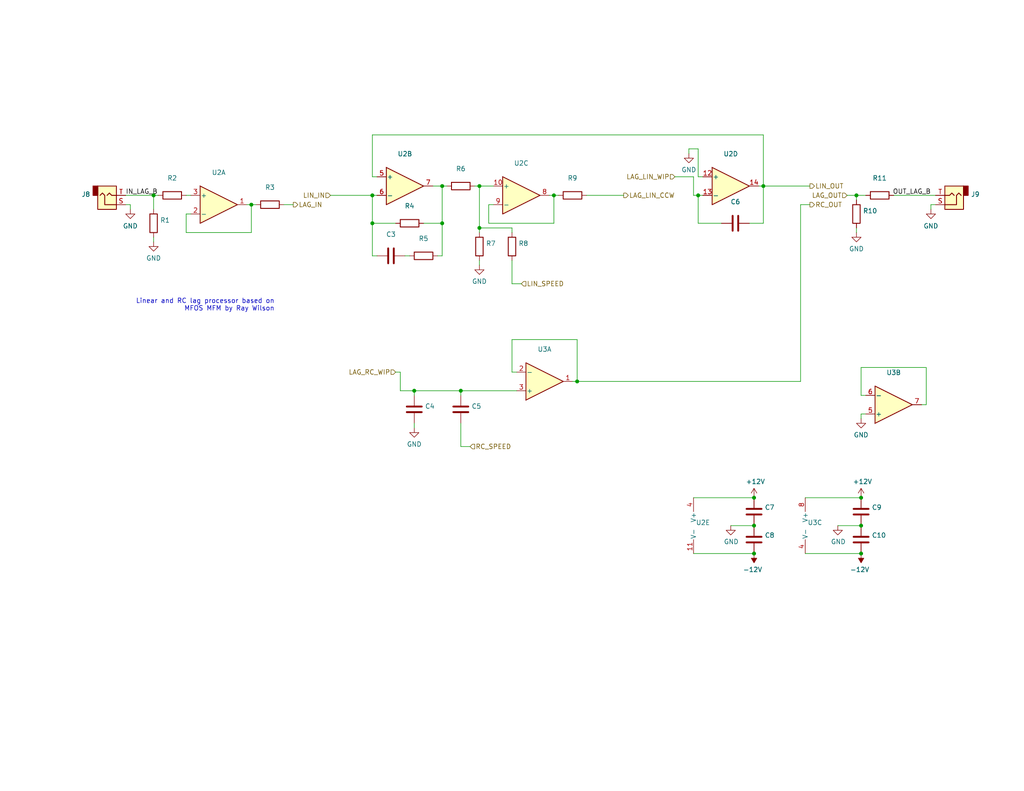
<source format=kicad_sch>
(kicad_sch (version 20211123) (generator eeschema)
  (paper "USLetter")
  (title_block (title "ARP 2600 style voltage processor") (date "2022-03-23") (company "Rich Holmes / Analog Output") (comment 1 "or neighboring rights to this work. Published from United States.") (comment 2 "To the extent possible under law, Richard Holmes has waived all copyright and related "))
  (lib_symbols
    (symbol "Amplifier_Operational:TL074" (pin_names (offset 0.127))
      (property "Reference" "U" (at 0 5.08 0))
      (property "Value" "TL074" (at 0 -5.08 0))
      (symbol "TL074_1_1"
        (polyline (pts (xy -5.08 5.08) (xy 5.08 0) (xy -5.08 -5.08) (xy -5.08 5.08)) (stroke (width 0.254)) (fill (type background)))
        (pin output line (at 7.62 0 180) (length 2.54) (name "~") (number "1"))
        (pin input line (at -7.62 -2.54 0) (length 2.54) (name "-") (number "2"))
        (pin input line (at -7.62 2.54 0) (length 2.54) (name "+") (number "3"))
      )
      (symbol "TL074_2_1"
        (polyline (pts (xy -5.08 5.08) (xy 5.08 0) (xy -5.08 -5.08) (xy -5.08 5.08)) (stroke (width 0.254)) (fill (type background)))
        (pin input line (at -7.62 2.54 0) (length 2.54) (name "+") (number "5"))
        (pin input line (at -7.62 -2.54 0) (length 2.54) (name "-") (number "6"))
        (pin output line (at 7.62 0 180) (length 2.54) (name "~") (number "7"))
      )
      (symbol "TL074_3_1"
        (polyline (pts (xy -5.08 5.08) (xy 5.08 0) (xy -5.08 -5.08) (xy -5.08 5.08)) (stroke (width 0.254)) (fill (type background)))
        (pin input line (at -7.62 2.54 0) (length 2.54) (name "+") (number "10"))
        (pin output line (at 7.62 0 180) (length 2.54) (name "~") (number "8"))
        (pin input line (at -7.62 -2.54 0) (length 2.54) (name "-") (number "9"))
      )
      (symbol "TL074_4_1"
        (polyline (pts (xy -5.08 5.08) (xy 5.08 0) (xy -5.08 -5.08) (xy -5.08 5.08)) (stroke (width 0.254)) (fill (type background)))
        (pin input line (at -7.62 2.54 0) (length 2.54) (name "+") (number "12"))
        (pin input line (at -7.62 -2.54 0) (length 2.54) (name "-") (number "13"))
        (pin output line (at 7.62 0 180) (length 2.54) (name "~") (number "14"))
      )
      (symbol "TL074_5_1"
        (pin power_in line (at -2.54 -7.62 90) (length 3.81) (name "V-") (number "11"))
        (pin power_in line (at -2.54 7.62 270) (length 3.81) (name "V+") (number "4"))
      )
    )
    (symbol "Connector:AudioJack2"
      (property "Reference" "J" (at 0 8.89 0))
      (property "Value" "AudioJack2" (at 0 6.35 0))
      (symbol "AudioJack2_0_1"
        (rectangle (start -3.81 0) (end -2.54 -2.54) (stroke (width 0.254)) (fill (type outline)))
        (rectangle (start -2.54 3.81) (end 2.54 -2.54) (stroke (width 0.254)) (fill (type background)))
        (polyline (pts (xy 0 0) (xy 0.635 -0.635) (xy 1.27 0) (xy 2.54 0)) (stroke (width 0.254)))
        (polyline (pts (xy 2.54 2.54) (xy -0.635 2.54) (xy -0.635 0) (xy -1.27 -0.635) (xy -1.905 0)) (stroke (width 0.254)))
      )
      (symbol "AudioJack2_1_1"
        (pin passive line (at 5.08 2.54 180) (length 2.54) (name "~") (number "S"))
        (pin passive line (at 5.08 0 180) (length 2.54) (name "~") (number "T"))
      )
    )
    (symbol "ao_symbols:C" (pin_numbers hide) (pin_names (offset 0.254))
      (property "Reference" "C" (at 0.635 2.54 0))
      (property "Value" "C" (at 0.635 -2.54 0))
      (symbol "C_0_1"
        (polyline (pts (xy -2.032 -0.762) (xy 2.032 -0.762)) (stroke (width 0.508)))
        (polyline (pts (xy -2.032 0.762) (xy 2.032 0.762)) (stroke (width 0.508)))
      )
      (symbol "C_1_1"
        (pin passive line (at 0 3.81 270) (length 2.794) (name "~") (number "1"))
        (pin passive line (at 0 -3.81 90) (length 2.794) (name "~") (number "2"))
      )
    )
    (symbol "ao_symbols:R" (pin_numbers hide) (pin_names (offset 0))
      (property "Reference" "R" (at 2.032 0 90))
      (property "Value" "R" (at 0 0 90))
      (symbol "R_0_1"
        (rectangle (start -1.016 -2.54) (end 1.016 2.54) (stroke (width 0.254)))
      )
      (symbol "R_1_1"
        (pin passive line (at 0 3.81 270) (length 1.27) (name "~") (number "1"))
        (pin passive line (at 0 -3.81 90) (length 1.27) (name "~") (number "2"))
      )
    )
    (symbol "ao_symbols:TL072" (pin_names (offset 0.127))
      (property "Reference" "U" (at 0 5.08 0))
      (property "Value" "TL072" (at 0 -5.08 0))
      (symbol "TL072_1_1"
        (polyline (pts (xy -5.08 5.08) (xy 5.08 0) (xy -5.08 -5.08) (xy -5.08 5.08)) (stroke (width 0.254)) (fill (type background)))
        (pin output line (at 7.62 0 180) (length 2.54) (name "~") (number "1"))
        (pin input line (at -7.62 -2.54 0) (length 2.54) (name "-") (number "2"))
        (pin input line (at -7.62 2.54 0) (length 2.54) (name "+") (number "3"))
      )
      (symbol "TL072_2_1"
        (polyline (pts (xy -5.08 5.08) (xy 5.08 0) (xy -5.08 -5.08) (xy -5.08 5.08)) (stroke (width 0.254)) (fill (type background)))
        (pin input line (at -7.62 2.54 0) (length 2.54) (name "+") (number "5"))
        (pin input line (at -7.62 -2.54 0) (length 2.54) (name "-") (number "6"))
        (pin output line (at 7.62 0 180) (length 2.54) (name "~") (number "7"))
      )
      (symbol "TL072_3_1"
        (pin power_in line (at -2.54 -7.62 90) (length 3.81) (name "V-") (number "4"))
        (pin power_in line (at -2.54 7.62 270) (length 3.81) (name "V+") (number "8"))
      )
    )
    (symbol "power:+12V" (power) (pin_names (offset 0))
      (property "Value" "+12V" (at 0 3.556 0))
      (symbol "+12V_0_1"
        (polyline (pts (xy -0.762 1.27) (xy 0 2.54)))
        (polyline (pts (xy 0 0) (xy 0 2.54)))
        (polyline (pts (xy 0 2.54) (xy 0.762 1.27)))
      )
      (symbol "+12V_1_1"
        (pin power_in line (at 0 0 90) (length 0) hide (name "+12V") (number "1"))
      )
    )
    (symbol "power:-12V" (power) (pin_names (offset 0))
      (property "Value" "-12V" (at 0 3.81 0))
      (symbol "-12V_0_0"
        (pin power_in line (at 0 0 90) (length 0) hide (name "-12V") (number "1"))
      )
      (symbol "-12V_0_1"
        (polyline (pts (xy 0 0) (xy 0 1.27) (xy 0.762 1.27) (xy 0 2.54) (xy -0.762 1.27) (xy 0 1.27)) (fill (type outline)))
      )
    )
    (symbol "power:GND" (power) (pin_names (offset 0))
      (property "Value" "GND" (at 0 -3.81 0))
      (symbol "GND_0_1"
        (polyline (pts (xy 0 0) (xy 0 -1.27) (xy 1.27 -1.27) (xy 0 -2.54) (xy -1.27 -1.27) (xy 0 -1.27)))
      )
      (symbol "GND_1_1"
        (pin power_in line (at 0 0 270) (length 0) hide (name "GND") (number "1"))
      )
    )
  )
  (junction (at 205.74 143.51))
  (junction (at 113.03 106.68))
  (junction (at 151.13 53.34))
  (junction (at 205.74 135.89))
  (junction (at 41.91 53.34))
  (junction (at 234.95 151.13))
  (junction (at 125.73 106.68))
  (junction (at 234.95 143.51))
  (junction (at 68.58 55.88))
  (junction (at 101.6 60.96))
  (junction (at 234.95 135.89))
  (junction (at 157.48 104.14))
  (junction (at 101.6 53.34))
  (junction (at 120.65 50.8))
  (junction (at 130.81 50.8))
  (junction (at 120.65 60.96))
  (junction (at 233.68 53.34))
  (junction (at 208.28 50.8))
  (junction (at 130.81 62.23))
  (junction (at 205.74 151.13))
  (junction (at 190.5 53.34))
  (wire (pts (xy 140.97 101.6) (xy 139.7 101.6)))
  (wire (pts (xy 233.68 53.34) (xy 231.14 53.34)))
  (wire (pts (xy 113.03 107.95) (xy 113.03 106.68)))
  (wire (pts (xy 191.77 53.34) (xy 190.5 53.34)))
  (wire (pts (xy 139.7 62.23) (xy 130.81 62.23)))
  (wire (pts (xy 113.03 116.84) (xy 113.03 115.57)))
  (wire (pts (xy 220.98 55.88) (xy 218.44 55.88)))
  (wire (pts (xy 101.6 69.85) (xy 101.6 60.96)))
  (wire (pts (xy 208.28 50.8) (xy 220.98 50.8)))
  (wire (pts (xy 208.28 50.8) (xy 207.01 50.8)))
  (wire (pts (xy 109.22 106.68) (xy 113.03 106.68)))
  (wire (pts (xy 199.39 143.51) (xy 205.74 143.51)))
  (wire (pts (xy 234.95 113.03) (xy 236.22 113.03)))
  (wire (pts (xy 254 57.15) (xy 254 55.88)))
  (wire (pts (xy 102.87 69.85) (xy 101.6 69.85)))
  (wire (pts (xy 189.23 53.34) (xy 189.23 48.26)))
  (wire (pts (xy 218.44 55.88) (xy 218.44 104.14)))
  (wire (pts (xy 119.38 69.85) (xy 120.65 69.85)))
  (wire (pts (xy 68.58 63.5) (xy 68.58 55.88)))
  (wire (pts (xy 90.17 53.34) (xy 101.6 53.34)))
  (wire (pts (xy 101.6 53.34) (xy 102.87 53.34)))
  (wire (pts (xy 133.35 55.88) (xy 133.35 60.96)))
  (wire (pts (xy 107.95 60.96) (xy 101.6 60.96)))
  (wire (pts (xy 52.07 58.42) (xy 50.8 58.42)))
  (wire (pts (xy 152.4 53.34) (xy 151.13 53.34)))
  (wire (pts (xy 170.18 53.34) (xy 160.02 53.34)))
  (wire (pts (xy 139.7 92.71) (xy 139.7 101.6)))
  (wire (pts (xy 134.62 55.88) (xy 133.35 55.88)))
  (wire (pts (xy 101.6 48.26) (xy 102.87 48.26)))
  (wire (pts (xy 50.8 63.5) (xy 68.58 63.5)))
  (wire (pts (xy 190.5 53.34) (xy 189.23 53.34)))
  (wire (pts (xy 120.65 60.96) (xy 120.65 50.8)))
  (wire (pts (xy 139.7 77.47) (xy 139.7 71.12)))
  (wire (pts (xy 190.5 40.64) (xy 190.5 48.26)))
  (wire (pts (xy 139.7 63.5) (xy 139.7 62.23)))
  (wire (pts (xy 41.91 66.04) (xy 41.91 64.77)))
  (wire (pts (xy 125.73 106.68) (xy 140.97 106.68)))
  (wire (pts (xy 190.5 60.96) (xy 196.85 60.96)))
  (wire (pts (xy 43.18 53.34) (xy 41.91 53.34)))
  (wire (pts (xy 151.13 53.34) (xy 149.86 53.34)))
  (wire (pts (xy 35.56 55.88) (xy 34.29 55.88)))
  (wire (pts (xy 125.73 107.95) (xy 125.73 106.68)))
  (wire (pts (xy 187.96 41.91) (xy 187.96 40.64)))
  (wire (pts (xy 130.81 50.8) (xy 129.54 50.8)))
  (wire (pts (xy 208.28 60.96) (xy 208.28 50.8)))
  (wire (pts (xy 233.68 54.61) (xy 233.68 53.34)))
  (wire (pts (xy 208.28 50.8) (xy 208.28 36.83)))
  (wire (pts (xy 120.65 50.8) (xy 118.11 50.8)))
  (wire (pts (xy 243.84 53.34) (xy 255.27 53.34)))
  (wire (pts (xy 236.22 53.34) (xy 233.68 53.34)))
  (wire (pts (xy 41.91 57.15) (xy 41.91 53.34)))
  (wire (pts (xy 142.24 77.47) (xy 139.7 77.47)))
  (wire (pts (xy 120.65 69.85) (xy 120.65 60.96)))
  (wire (pts (xy 134.62 50.8) (xy 130.81 50.8)))
  (wire (pts (xy 234.95 107.95) (xy 234.95 100.33)))
  (wire (pts (xy 121.92 50.8) (xy 120.65 50.8)))
  (wire (pts (xy 130.81 63.5) (xy 130.81 62.23)))
  (wire (pts (xy 208.28 36.83) (xy 101.6 36.83)))
  (wire (pts (xy 189.23 135.89) (xy 205.74 135.89)))
  (wire (pts (xy 219.71 151.13) (xy 234.95 151.13)))
  (wire (pts (xy 234.95 114.3) (xy 234.95 113.03)))
  (wire (pts (xy 252.73 100.33) (xy 252.73 110.49)))
  (wire (pts (xy 234.95 100.33) (xy 252.73 100.33)))
  (wire (pts (xy 101.6 60.96) (xy 101.6 53.34)))
  (wire (pts (xy 254 55.88) (xy 255.27 55.88)))
  (wire (pts (xy 189.23 151.13) (xy 205.74 151.13)))
  (wire (pts (xy 109.22 106.68) (xy 109.22 101.6)))
  (wire (pts (xy 115.57 60.96) (xy 120.65 60.96)))
  (wire (pts (xy 233.68 63.5) (xy 233.68 62.23)))
  (wire (pts (xy 130.81 62.23) (xy 130.81 50.8)))
  (wire (pts (xy 41.91 53.34) (xy 34.29 53.34)))
  (wire (pts (xy 125.73 121.92) (xy 125.73 115.57)))
  (wire (pts (xy 130.81 72.39) (xy 130.81 71.12)))
  (wire (pts (xy 113.03 106.68) (xy 125.73 106.68)))
  (wire (pts (xy 219.71 135.89) (xy 234.95 135.89)))
  (wire (pts (xy 204.47 60.96) (xy 208.28 60.96)))
  (wire (pts (xy 228.6 143.51) (xy 234.95 143.51)))
  (wire (pts (xy 128.27 121.92) (xy 125.73 121.92)))
  (wire (pts (xy 157.48 104.14) (xy 218.44 104.14)))
  (wire (pts (xy 52.07 53.34) (xy 50.8 53.34)))
  (wire (pts (xy 69.85 55.88) (xy 68.58 55.88)))
  (wire (pts (xy 35.56 57.15) (xy 35.56 55.88)))
  (wire (pts (xy 50.8 58.42) (xy 50.8 63.5)))
  (wire (pts (xy 68.58 55.88) (xy 67.31 55.88)))
  (wire (pts (xy 189.23 48.26) (xy 184.15 48.26)))
  (wire (pts (xy 190.5 48.26) (xy 191.77 48.26)))
  (wire (pts (xy 252.73 110.49) (xy 251.46 110.49)))
  (wire (pts (xy 151.13 60.96) (xy 151.13 53.34)))
  (wire (pts (xy 190.5 53.34) (xy 190.5 60.96)))
  (wire (pts (xy 236.22 107.95) (xy 234.95 107.95)))
  (wire (pts (xy 77.47 55.88) (xy 80.01 55.88)))
  (wire (pts (xy 133.35 60.96) (xy 151.13 60.96)))
  (wire (pts (xy 139.7 92.71) (xy 157.48 92.71)))
  (wire (pts (xy 187.96 40.64) (xy 190.5 40.64)))
  (wire (pts (xy 109.22 101.6) (xy 107.95 101.6)))
  (wire (pts (xy 110.49 69.85) (xy 111.76 69.85)))
  (wire (pts (xy 156.21 104.14) (xy 157.48 104.14)))
  (wire (pts (xy 101.6 36.83) (xy 101.6 48.26)))
  (wire (pts (xy 157.48 92.71) (xy 157.48 104.14)))
  (text "Linear and RC lag processor based on\nMFOS MFM by Ray Wilson" (at 74.93 85.09 0) (effects (font (size 1.27 1.27)) (justify right bottom)))
  (label "OUT_LAG_B" (at 254 53.34 180))
  (label "IN_LAG_B" (at 34.29 53.34 0))
  (hierarchical_label "LAG_RC_WIP" (shape input) (at 107.95 101.6 180))
  (hierarchical_label "RC_SPEED" (shape input) (at 128.27 121.92 0))
  (hierarchical_label "LIN_SPEED" (shape input) (at 142.24 77.47 0))
  (hierarchical_label "LAG_IN" (shape output) (at 80.01 55.88 0))
  (hierarchical_label "RC_OUT" (shape output) (at 220.98 55.88 0))
  (hierarchical_label "LIN_IN" (shape input) (at 90.17 53.34 180))
  (hierarchical_label "LAG_LIN_WIP" (shape input) (at 184.15 48.26 180))
  (hierarchical_label "LAG_OUT" (shape input) (at 231.14 53.34 180))
  (hierarchical_label "LIN_OUT" (shape output) (at 220.98 50.8 0))
  (hierarchical_label "LAG_LIN_CCW" (shape output) (at 170.18 53.34 0))
  (symbol (lib_id "ao_symbols:C") (at 125.73 111.76 0) (unit 1)
    (property "Reference" "C5" (at 128.651 110.9253 0) (effects (justify left)))
    (property "Vendor" "Tayda" (effects hide))
  )
  (symbol (lib_id "Amplifier_Operational:TL074") (at 191.77 143.51 0) (unit 5)
    (property "Reference" "U2" (at 189.865 142.6753 0) (effects (justify left)))
    (property "Datasheet" "http://www.ti.com/lit/ds/symlink/tl071.pdf" (effects hide))
  )
  (symbol (lib_id "power:-12V") (at 205.74 151.13 180) (unit 1)
    (property "Reference" "#PWR012" (effects hide))
    (property "Value" "-12V" (at 205.359 155.5242 0))
  )
  (symbol (lib_id "ao_symbols:C") (at 106.68 69.85 90) (unit 1)
    (property "Reference" "C3" (at 106.68 63.9912 90))
    (property "Vendor" "Tayda" (effects hide))
  )
  (symbol (lib_id "power:GND") (at 228.6 143.51 0) (unit 1)
    (property "Reference" "#PWR013" (effects hide))
    (property "Value" "GND" (at 228.727 147.9042 0))
  )
  (symbol (lib_id "power:GND") (at 234.95 114.3 0) (unit 1)
    (property "Reference" "#PWR015" (effects hide))
    (property "Value" "GND" (at 234.95 118.7434 0))
  )
  (symbol (lib_id "ao_symbols:C") (at 200.66 60.96 90) (unit 1)
    (property "Reference" "C6" (at 200.66 55.1012 90))
    (property "Vendor" "Tayda" (effects hide))
  )
  (symbol (lib_id "ao_symbols:R") (at 139.7 67.31 0) (unit 1)
    (property "Reference" "R8" (at 141.478 66.4753 0) (effects (justify left)))
    (property "Vendor" "Tayda" (effects hide))
  )
  (symbol (lib_id "power:GND") (at 35.56 57.15 0) (unit 1)
    (property "Reference" "#PWR05" (effects hide))
    (property "Value" "GND" (at 35.56 61.7125 0))
  )
  (symbol (lib_id "power:GND") (at 130.81 72.39 0) (unit 1)
    (property "Reference" "#PWR08" (effects hide))
    (property "Value" "GND" (at 130.81 76.8334 0))
  )
  (symbol (lib_id "ao_symbols:TL072") (at 222.25 143.51 0) (unit 3)
    (property "Reference" "U3" (at 220.345 142.6753 0) (effects (justify left)))
    (property "Vendor" "Tayda" (effects hide))
    (property "SKU" "A-037" (effects hide))
  )
  (symbol (lib_id "ao_symbols:R") (at 41.91 60.96 180) (unit 1)
    (property "Reference" "R1" (at 43.688 60.1253 0) (effects (justify right)))
    (property "Vendor" "Tayda" (effects hide))
  )
  (symbol (lib_id "power:GND") (at 254 57.15 0) (mirror y) (unit 1)
    (property "Reference" "#PWR018" (effects hide))
    (property "Value" "GND" (at 254 61.7125 0))
  )
  (symbol (lib_id "power:GND") (at 233.68 63.5 0) (unit 1)
    (property "Reference" "#PWR014" (effects hide))
    (property "Value" "GND" (at 233.68 67.9434 0))
  )
  (symbol (lib_id "power:GND") (at 199.39 143.51 0) (unit 1)
    (property "Reference" "#PWR010" (effects hide))
    (property "Value" "GND" (at 199.517 147.9042 0))
  )
  (symbol (lib_id "ao_symbols:C") (at 205.74 147.32 0) (unit 1)
    (property "Reference" "C8" (at 208.661 146.1516 0) (effects (justify left)))
    (property "Vendor" "Tayda" (effects hide))
    (property "SKU" "A-553" (effects hide))
  )
  (symbol (lib_id "Amplifier_Operational:TL074") (at 142.24 53.34 0) (unit 3)
    (property "Reference" "U2" (at 142.24 44.5602 0))
    (property "Datasheet" "http://www.ti.com/lit/ds/symlink/tl071.pdf" (effects hide))
  )
  (symbol (lib_id "ao_symbols:C") (at 234.95 139.7 0) (unit 1)
    (property "Reference" "C9" (at 237.871 138.5316 0) (effects (justify left)))
    (property "Vendor" "Tayda" (effects hide))
    (property "SKU" "A-553" (effects hide))
  )
  (symbol (lib_id "ao_symbols:R") (at 73.66 55.88 90) (unit 1)
    (property "Reference" "R3" (at 73.66 51.1642 90))
    (property "Vendor" "Tayda" (effects hide))
  )
  (symbol (lib_id "Connector:AudioJack2") (at 260.35 53.34 180) (unit 1)
    (property "Reference" "J9" (at 264.9219 53.0665 0) (effects (justify right)))
  )
  (symbol (lib_id "ao_symbols:C") (at 113.03 111.76 0) (unit 1)
    (property "Reference" "C4" (at 115.951 110.9253 0) (effects (justify left)))
    (property "Vendor" "Tayda" (effects hide))
  )
  (symbol (lib_id "Amplifier_Operational:TL074") (at 199.39 50.8 0) (unit 4)
    (property "Reference" "U2" (at 199.39 42.0202 0))
    (property "Datasheet" "http://www.ti.com/lit/ds/symlink/tl071.pdf" (effects hide))
  )
  (symbol (lib_id "Amplifier_Operational:TL074") (at 110.49 50.8 0) (unit 2)
    (property "Reference" "U2" (at 110.49 42.0202 0))
    (property "Datasheet" "http://www.ti.com/lit/ds/symlink/tl071.pdf" (effects hide))
  )
  (symbol (lib_id "ao_symbols:TL072") (at 243.84 110.49 0) (mirror x) (unit 2)
    (property "Reference" "U3" (at 243.84 101.7102 0))
    (property "Vendor" "Tayda" (effects hide))
    (property "SKU" "A-037" (effects hide))
  )
  (symbol (lib_id "ao_symbols:C") (at 205.74 139.7 0) (unit 1)
    (property "Reference" "C7" (at 208.661 138.5316 0) (effects (justify left)))
    (property "Vendor" "Tayda" (effects hide))
    (property "SKU" "A-553" (effects hide))
  )
  (symbol (lib_id "ao_symbols:R") (at 233.68 58.42 0) (unit 1)
    (property "Reference" "R10" (at 235.458 57.5853 0) (effects (justify left)))
    (property "Vendor" "Tayda" (effects hide))
  )
  (symbol (lib_id "power:+12V") (at 205.74 135.89 0) (unit 1)
    (property "Reference" "#PWR011" (effects hide))
    (property "Value" "+12V" (at 206.121 131.4958 0))
  )
  (symbol (lib_id "power:GND") (at 41.91 66.04 0) (unit 1)
    (property "Reference" "#PWR06" (effects hide))
    (property "Value" "GND" (at 41.91 70.4834 0))
  )
  (symbol (lib_id "ao_symbols:R") (at 115.57 69.85 90) (unit 1)
    (property "Reference" "R5" (at 115.57 65.1342 90))
    (property "Vendor" "Tayda" (effects hide))
  )
  (symbol (lib_id "power:-12V") (at 234.95 151.13 180) (unit 1)
    (property "Reference" "#PWR017" (effects hide))
    (property "Value" "-12V" (at 234.569 155.5242 0))
  )
  (symbol (lib_id "ao_symbols:R") (at 130.81 67.31 0) (unit 1)
    (property "Reference" "R7" (at 132.588 66.4753 0) (effects (justify left)))
    (property "Vendor" "Tayda" (effects hide))
  )
  (symbol (lib_id "ao_symbols:R") (at 111.76 60.96 90) (unit 1)
    (property "Reference" "R4" (at 111.76 56.2442 90))
    (property "Vendor" "Tayda" (effects hide))
  )
  (symbol (lib_id "power:GND") (at 113.03 116.84 0) (unit 1)
    (property "Reference" "#PWR07" (effects hide))
    (property "Value" "GND" (at 113.03 121.2834 0))
  )
  (symbol (lib_id "power:GND") (at 187.96 41.91 0) (unit 1)
    (property "Reference" "#PWR09" (effects hide))
    (property "Value" "GND" (at 187.96 46.3534 0))
  )
  (symbol (lib_id "ao_symbols:TL072") (at 148.59 104.14 0) (mirror x) (unit 1)
    (property "Reference" "U3" (at 148.59 95.3602 0))
    (property "Vendor" "Tayda" (effects hide))
    (property "SKU" "A-037" (effects hide))
  )
  (symbol (lib_id "ao_symbols:C") (at 234.95 147.32 0) (unit 1)
    (property "Reference" "C10" (at 237.871 146.1516 0) (effects (justify left)))
    (property "Vendor" "Tayda" (effects hide))
    (property "SKU" "A-553" (effects hide))
  )
  (symbol (lib_id "ao_symbols:R") (at 240.03 53.34 90) (unit 1)
    (property "Reference" "R11" (at 240.03 48.6242 90))
    (property "Vendor" "Tayda" (effects hide))
  )
  (symbol (lib_id "ao_symbols:R") (at 46.99 53.34 90) (unit 1)
    (property "Reference" "R2" (at 46.99 48.6242 90))
    (property "Vendor" "Tayda" (effects hide))
  )
  (symbol (lib_id "ao_symbols:R") (at 125.73 50.8 90) (unit 1)
    (property "Reference" "R6" (at 125.73 46.0842 90))
    (property "Vendor" "Tayda" (effects hide))
  )
  (symbol (lib_id "power:+12V") (at 234.95 135.89 0) (unit 1)
    (property "Reference" "#PWR016" (effects hide))
    (property "Value" "+12V" (at 235.331 131.4958 0))
  )
  (symbol (lib_id "Amplifier_Operational:TL074") (at 59.69 55.88 0) (unit 1)
    (property "Reference" "U2" (at 59.69 47.1002 0))
    (property "Datasheet" "http://www.ti.com/lit/ds/symlink/tl071.pdf" (effects hide))
  )
  (symbol (lib_id "Connector:AudioJack2") (at 29.21 53.34 0) (mirror x) (unit 1)
    (property "Reference" "J8" (at 24.6381 53.0665 0) (effects (justify right)))
  )
  (symbol (lib_id "ao_symbols:R") (at 156.21 53.34 90) (unit 1)
    (property "Reference" "R9" (at 156.21 48.6242 90))
    (property "Vendor" "Tayda" (effects hide))
  )
)
</source>
